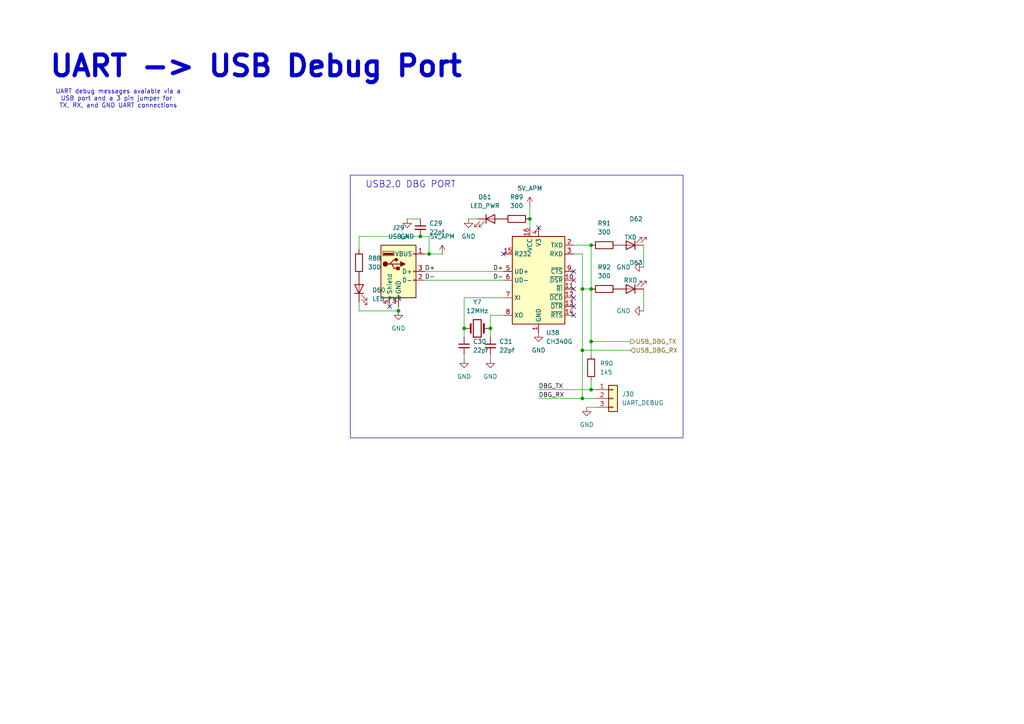
<source format=kicad_sch>
(kicad_sch (version 20250114) (generator "eeschema") (generator_version "9.0")
  (paper "A4")
  (lib_symbols
    (symbol "Connector:USB_A" (pin_names (offset 1.016))
      (property "Reference" "J" (at -5.08 11.43 0))
      (property "Value" "USB_A" (at -5.08 8.89 0))
      (symbol "USB_A_0_1"
        (rectangle (start -5.08 -7.62) (end 5.08 7.62) (stroke (width 0.254)) (fill (type background)))
        (circle (center -3.81 2.159) (radius 0.635) (stroke (width 0.254)) (fill (type outline)))
        (polyline (pts (xy -3.175 2.159) (xy -2.54 2.159) (xy -1.27 3.429) (xy -0.635 3.429)) (stroke (width 0.254)))
        (polyline (pts (xy -2.54 2.159) (xy -1.905 2.159) (xy -1.27 0.889) (xy 0 0.889)) (stroke (width 0.254)))
        (rectangle (start -1.524 4.826) (end -4.318 5.334) (fill (type outline)))
        (rectangle (start -1.27 4.572) (end -4.572 5.842))
        (circle (center -0.635 3.429) (radius 0.381) (stroke (width 0.254)) (fill (type outline)))
        (rectangle (start -0.127 -7.62) (end 0.127 -6.858))
        (rectangle (start 0.254 1.27) (end -0.508 0.508) (stroke (width 0.254)) (fill (type outline)))
        (polyline (pts (xy 0.635 2.794) (xy 0.635 1.524) (xy 1.905 2.159) (xy 0.635 2.794)) (stroke (width 0.254)) (fill (type outline)))
        (rectangle (start 5.08 4.953) (end 4.318 5.207))
        (rectangle (start 5.08 -0.127) (end 4.318 0.127))
        (rectangle (start 5.08 -2.667) (end 4.318 -2.413))
      )
      (symbol "USB_A_1_1"
        (polyline (pts (xy -1.905 2.159) (xy 0.635 2.159)) (stroke (width 0.254)))
        (pin passive line (at -2.54 -10.16 90) (length 2.54) (name "Shield") (number "5"))
        (pin power_in line (at 0 -10.16 90) (length 2.54) (name "GND") (number "4"))
        (pin power_in line (at 7.62 5.08 180) (length 2.54) (name "VBUS") (number "1"))
        (pin bidirectional line (at 7.62 0 180) (length 2.54) (name "D+") (number "3"))
        (pin bidirectional line (at 7.62 -2.54 180) (length 2.54) (name "D-") (number "2"))
      )
    )
    (symbol "Connector_Generic:Conn_01x03" (pin_names (offset 1.016) (hide yes))
      (property "Reference" "J" (at 0 5.08 0))
      (property "Value" "Conn_01x03" (at 0 -5.08 0))
      (symbol "Conn_01x03_1_1"
        (rectangle (start -1.27 3.81) (end 1.27 -3.81) (stroke (width 0.254)) (fill (type background)))
        (rectangle (start -1.27 2.667) (end 0 2.413) (stroke (width 0.1524)))
        (rectangle (start -1.27 0.127) (end 0 -0.127) (stroke (width 0.1524)))
        (rectangle (start -1.27 -2.413) (end 0 -2.667) (stroke (width 0.1524)))
        (pin passive line (at -5.08 2.54 0) (length 3.81) (name "Pin_1") (number "1"))
        (pin passive line (at -5.08 0 0) (length 3.81) (name "Pin_2") (number "2"))
        (pin passive line (at -5.08 -2.54 0) (length 3.81) (name "Pin_3") (number "3"))
      )
    )
    (symbol "Device:C_Small" (pin_numbers (hide yes)) (pin_names (offset 0.254) (hide yes))
      (property "Reference" "C" (at 0.254 1.778 0))
      (property "Value" "C_Small" (at 0.254 -2.032 0))
      (symbol "C_Small_0_1"
        (polyline (pts (xy -1.524 0.508) (xy 1.524 0.508)) (stroke (width 0.3048)))
        (polyline (pts (xy -1.524 -0.508) (xy 1.524 -0.508)) (stroke (width 0.3302)))
      )
      (symbol "C_Small_1_1"
        (pin passive line (at 0 2.54 270) (length 2.032) (name "~") (number "1"))
        (pin passive line (at 0 -2.54 90) (length 2.032) (name "~") (number "2"))
      )
    )
    (symbol "Device:Crystal" (pin_numbers (hide yes)) (pin_names (offset 1.016) (hide yes))
      (property "Reference" "Y" (at 0 3.81 0))
      (property "Value" "Crystal" (at 0 -3.81 0))
      (symbol "Crystal_0_1"
        (polyline (pts (xy -2.54 0) (xy -1.905 0)))
        (polyline (pts (xy -1.905 -1.27) (xy -1.905 1.27)) (stroke (width 0.508)))
        (rectangle (start -1.143 2.54) (end 1.143 -2.54) (stroke (width 0.3048)))
        (polyline (pts (xy 1.905 -1.27) (xy 1.905 1.27)) (stroke (width 0.508)))
        (polyline (pts (xy 2.54 0) (xy 1.905 0)))
      )
      (symbol "Crystal_1_1"
        (pin passive line (at -3.81 0 0) (length 1.27) (name "1") (number "1"))
        (pin passive line (at 3.81 0 180) (length 1.27) (name "2") (number "2"))
      )
    )
    (symbol "Device:LED" (pin_numbers (hide yes)) (pin_names (offset 1.016) (hide yes))
      (property "Reference" "D" (at 0 2.54 0))
      (property "Value" "LED" (at 0 -2.54 0))
      (symbol "LED_0_1"
        (polyline (pts (xy -3.048 -0.762) (xy -4.572 -2.286) (xy -3.81 -2.286) (xy -4.572 -2.286) (xy -4.572 -1.524)))
        (polyline (pts (xy -1.778 -0.762) (xy -3.302 -2.286) (xy -2.54 -2.286) (xy -3.302 -2.286) (xy -3.302 -1.524)))
        (polyline (pts (xy -1.27 0) (xy 1.27 0)))
        (polyline (pts (xy -1.27 -1.27) (xy -1.27 1.27)) (stroke (width 0.254)))
        (polyline (pts (xy 1.27 -1.27) (xy 1.27 1.27) (xy -1.27 0) (xy 1.27 -1.27)) (stroke (width 0.254)))
      )
      (symbol "LED_1_1"
        (pin passive line (at -3.81 0 0) (length 2.54) (name "K") (number "1"))
        (pin passive line (at 3.81 0 180) (length 2.54) (name "A") (number "2"))
      )
    )
    (symbol "Device:R" (pin_numbers (hide yes)) (pin_names (offset 0))
      (property "Reference" "R" (at 2.032 0 90))
      (property "Value" "R" (at 0 0 90))
      (symbol "R_0_1"
        (rectangle (start -1.016 -2.54) (end 1.016 2.54) (stroke (width 0.254)))
      )
      (symbol "R_1_1"
        (pin passive line (at 0 3.81 270) (length 1.27) (name "~") (number "1"))
        (pin passive line (at 0 -3.81 90) (length 1.27) (name "~") (number "2"))
      )
    )
    (symbol "Interface_USB:CH340G"
      (property "Reference" "U" (at -5.08 13.97 0))
      (property "Value" "CH340G" (at 1.27 13.97 0))
      (symbol "CH340G_0_1"
        (rectangle (start -7.62 12.7) (end 7.62 -12.7) (stroke (width 0.254)) (fill (type background)))
      )
      (symbol "CH340G_1_1"
        (pin input line (at -10.16 7.62 0) (length 2.54) (name "R232") (number "15"))
        (pin bidirectional line (at -10.16 2.54 0) (length 2.54) (name "UD+") (number "5"))
        (pin bidirectional line (at -10.16 0 0) (length 2.54) (name "UD-") (number "6"))
        (pin input line (at -10.16 -5.08 0) (length 2.54) (name "XI") (number "7"))
        (pin output line (at -10.16 -10.16 0) (length 2.54) (name "XO") (number "8"))
        (pin power_in line (at -2.54 15.24 270) (length 2.54) (name "VCC") (number "16"))
        (pin power_out line (at 0 15.24 270) (length 2.54) (name "V3") (number "4"))
        (pin power_in line (at 0 -15.24 90) (length 2.54) (name "GND") (number "1"))
        (pin output line (at 10.16 10.16 180) (length 2.54) (name "TXD") (number "2"))
        (pin input line (at 10.16 7.62 180) (length 2.54) (name "RXD") (number "3"))
        (pin input line (at 10.16 2.54 180) (length 2.54) (name "~{CTS}") (number "9"))
        (pin input line (at 10.16 0 180) (length 2.54) (name "~{DSR}") (number "10"))
        (pin input line (at 10.16 -2.54 180) (length 2.54) (name "~{RI}") (number "11"))
        (pin input line (at 10.16 -5.08 180) (length 2.54) (name "~{DCD}") (number "12"))
        (pin output line (at 10.16 -7.62 180) (length 2.54) (name "~{DTR}") (number "13"))
        (pin output line (at 10.16 -10.16 180) (length 2.54) (name "~{RTS}") (number "14"))
      )
    )
    (symbol "power:+5V" (power) (pin_numbers (hide yes)) (pin_names (offset 0) (hide yes))
      (property "Value" "+5V" (at 0 3.556 0))
      (symbol "+5V_0_1"
        (polyline (pts (xy -0.762 1.27) (xy 0 2.54)))
        (polyline (pts (xy 0 2.54) (xy 0.762 1.27)))
        (polyline (pts (xy 0 0) (xy 0 2.54)))
      )
      (symbol "+5V_1_1"
        (pin power_in line (at 0 0 90) (length 0) (name "~") (number "1"))
      )
    )
    (symbol "power:GND" (power) (pin_numbers (hide yes)) (pin_names (offset 0) (hide yes))
      (property "Value" "GND" (at 0 -3.81 0))
      (symbol "GND_0_1"
        (polyline (pts (xy 0 0) (xy 0 -1.27) (xy 1.27 -1.27) (xy 0 -2.54) (xy -1.27 -1.27) (xy 0 -1.27)))
      )
      (symbol "GND_1_1"
        (pin power_in line (at 0 0 270) (length 0) (name "~") (number "1"))
      )
    )
  )
  (rectangle (start 101.6 50.8) (end 198.12 127))
  (text "UART -> USB Debug Port" (at 13.97 22.86 0) (effects (font (size 5.9944 5.9944) (thickness 1.1989) (bold yes)) (justify left bottom)))
  (text "USB2.0 DBG PORT" (at 119.126 53.594 0) (effects (font (size 1.905 1.905))))
  (text "UART debug messages avaiable via a\nUSB port and a 3 pin jumper for \nTX, RX, and GND UART connections" (at 34.29 28.702 0) (effects (font (size 1.27 1.27))))
  (junction (at 171.45 83.82))
  (junction (at 171.45 99.06))
  (junction (at 171.45 113.03))
  (junction (at 168.91 115.57))
  (junction (at 121.92 68.58))
  (junction (at 168.91 83.82))
  (junction (at 153.67 63.5))
  (junction (at 134.62 95.25))
  (junction (at 168.91 101.6))
  (junction (at 171.45 71.12))
  (junction (at 124.46 73.66))
  (junction (at 115.57 90.17))
  (junction (at 142.24 95.25))
  (no_connect (at 113.03 88.9))
  (no_connect (at 146.05 73.66))
  (no_connect (at 156.21 66.04))
  (no_connect (at 166.37 86.36))
  (no_connect (at 166.37 88.9))
  (no_connect (at 166.37 91.44))
  (no_connect (at 166.37 78.74))
  (no_connect (at 166.37 81.28))
  (no_connect (at 166.37 83.82))
  (wire (pts (xy 115.57 90.17) (xy 115.57 88.9)))
  (wire (pts (xy 168.91 73.66) (xy 168.91 83.82)))
  (wire (pts (xy 134.62 102.87) (xy 134.62 104.14)))
  (wire (pts (xy 186.69 71.12) (xy 186.69 77.47)))
  (wire (pts (xy 115.57 90.17) (xy 104.14 90.17)))
  (wire (pts (xy 170.18 118.11) (xy 172.72 118.11)))
  (wire (pts (xy 123.19 78.74) (xy 146.05 78.74)))
  (wire (pts (xy 168.91 101.6) (xy 182.88 101.6)))
  (wire (pts (xy 171.45 113.03) (xy 172.72 113.03)))
  (wire (pts (xy 118.11 63.5) (xy 121.92 63.5)))
  (wire (pts (xy 142.24 91.44) (xy 146.05 91.44)))
  (wire (pts (xy 142.24 102.87) (xy 142.24 104.14)))
  (wire (pts (xy 134.62 95.25) (xy 134.62 97.79)))
  (wire (pts (xy 166.37 71.12) (xy 171.45 71.12)))
  (wire (pts (xy 142.24 91.44) (xy 142.24 95.25)))
  (wire (pts (xy 156.21 115.57) (xy 168.91 115.57)))
  (wire (pts (xy 168.91 83.82) (xy 168.91 101.6)))
  (wire (pts (xy 171.45 110.49) (xy 171.45 113.03)))
  (wire (pts (xy 124.46 68.58) (xy 124.46 73.66)))
  (wire (pts (xy 168.91 115.57) (xy 172.72 115.57)))
  (wire (pts (xy 171.45 99.06) (xy 182.88 99.06)))
  (wire (pts (xy 104.14 68.58) (xy 104.14 72.39)))
  (wire (pts (xy 153.67 59.69) (xy 153.67 63.5)))
  (wire (pts (xy 124.46 73.66) (xy 128.27 73.66)))
  (wire (pts (xy 124.46 73.66) (xy 123.19 73.66)))
  (wire (pts (xy 168.91 83.82) (xy 171.45 83.82)))
  (wire (pts (xy 168.91 101.6) (xy 168.91 115.57)))
  (wire (pts (xy 134.62 86.36) (xy 134.62 95.25)))
  (wire (pts (xy 171.45 83.82) (xy 171.45 99.06)))
  (wire (pts (xy 123.19 81.28) (xy 146.05 81.28)))
  (wire (pts (xy 104.14 90.17) (xy 104.14 87.63)))
  (wire (pts (xy 135.89 63.5) (xy 138.43 63.5)))
  (wire (pts (xy 171.45 71.12) (xy 171.45 83.82)))
  (wire (pts (xy 104.14 68.58) (xy 121.92 68.58)))
  (wire (pts (xy 153.67 63.5) (xy 153.67 66.04)))
  (wire (pts (xy 121.92 68.58) (xy 124.46 68.58)))
  (wire (pts (xy 171.45 99.06) (xy 171.45 102.87)))
  (wire (pts (xy 134.62 86.36) (xy 146.05 86.36)))
  (wire (pts (xy 156.21 113.03) (xy 171.45 113.03)))
  (wire (pts (xy 186.69 83.82) (xy 186.69 90.17)))
  (wire (pts (xy 166.37 73.66) (xy 168.91 73.66)))
  (wire (pts (xy 142.24 95.25) (xy 142.24 97.79)))
  (label "D-" (at 146.05 81.28 180))
  (label "D+" (at 146.05 78.74 180))
  (label "DBG_RX" (at 156.21 115.57 0))
  (label "DBG_TX" (at 156.21 113.03 0))
  (label "D-" (at 123.19 81.28 0))
  (label "D+" (at 123.19 78.74 0))
  (hierarchical_label "USB_DBG_RX" (shape input) (at 182.88 101.6 0))
  (hierarchical_label "USB_DBG_TX" (shape output) (at 182.88 99.06 0))
  (symbol (lib_id "Device:C_Small") (at 121.92 66.04 0) (unit 1)
    (property "Reference" "C29" (at 124.46 64.7762 0) (effects (justify left)))
    (property "Value" "22pf" (at 124.46 67.3162 0) (effects (justify left)))
    (property "Footprint" "Capacitor_SMD:C_0805_2012Metric" (effects (hide yes)))
    (property "Description" "Unpolarized capacitor, small symbol" (effects (hide yes)))
  )
  (symbol (lib_id "Device:Crystal") (at 138.43 95.25 0) (unit 1)
    (property "Reference" "Y7" (at 138.43 87.63 0))
    (property "Value" "12MHz" (at 138.43 90.17 0))
    (property "Footprint" "Crystal:Crystal_HC49-4H_Vertical" (effects (hide yes)))
    (property "Description" "Two pin crystal" (effects (hide yes)))
  )
  (symbol (lib_id "Device:R") (at 149.86 63.5 90) (unit 1)
    (property "Reference" "R89" (at 149.86 57.15 90))
    (property "Value" "300" (at 149.86 59.69 90))
    (property "Footprint" "Resistor_SMD:R_0805_2012Metric_Pad1.20x1.40mm_HandSolder" (effects (hide yes)))
    (property "Description" "Resistor" (effects (hide yes)))
    (property "DigiKey_Part_Number" "311-10.0KCRCT-ND" (effects (hide yes)))
    (property "Price" "0.0129" (effects (hide yes)))
  )
  (symbol (lib_id "Device:C_Small") (at 142.24 100.33 0) (unit 1)
    (property "Reference" "C31" (at 144.78 99.0662 0) (effects (justify left)))
    (property "Value" "22pf" (at 144.78 101.6062 0) (effects (justify left)))
    (property "Footprint" "Capacitor_SMD:C_0805_2012Metric" (effects (hide yes)))
    (property "Description" "Unpolarized capacitor, small symbol" (effects (hide yes)))
  )
  (symbol (lib_id "Device:C_Small") (at 134.62 100.33 0) (unit 1)
    (property "Reference" "C30" (at 137.16 99.0662 0) (effects (justify left)))
    (property "Value" "22pf" (at 137.16 101.6062 0) (effects (justify left)))
    (property "Footprint" "Capacitor_SMD:C_0805_2012Metric" (effects (hide yes)))
    (property "Description" "Unpolarized capacitor, small symbol" (effects (hide yes)))
  )
  (symbol (lib_id "power:GND") (at 186.69 90.17 270) (mirror x) (unit 1)
    (property "Reference" "#PWR0192" (effects (hide yes)))
    (property "Value" "GND" (at 182.88 90.1699 90) (effects (justify right)))
    (property "Description" "Power symbol creates a global label with name \"GND\" , ground" (effects (hide yes)))
  )
  (symbol (lib_id "power:+5V") (at 153.67 59.69 0) (unit 1)
    (property "Reference" "#PWR04" (effects (hide yes)))
    (property "Value" "5V_APM" (at 153.67 54.61 0))
    (property "Description" "Power symbol creates a global label with name \"+5V\"" (effects (hide yes)))
  )
  (symbol (lib_id "Device:R") (at 175.26 71.12 90) (unit 1)
    (property "Reference" "R91" (at 175.26 64.77 90))
    (property "Value" "300" (at 175.26 67.31 90))
    (property "Footprint" "Resistor_SMD:R_0805_2012Metric_Pad1.20x1.40mm_HandSolder" (effects (hide yes)))
    (property "Description" "Resistor" (effects (hide yes)))
    (property "DigiKey_Part_Number" "311-10.0KCRCT-ND" (effects (hide yes)))
    (property "Price" "0.0129" (effects (hide yes)))
  )
  (symbol (lib_id "power:GND") (at 134.62 104.14 0) (mirror y) (unit 1)
    (property "Reference" "#PWR0186" (effects (hide yes)))
    (property "Value" "GND" (at 134.62 109.22 0))
    (property "Description" "Power symbol creates a global label with name \"GND\" , ground" (effects (hide yes)))
  )
  (symbol (lib_id "Device:LED") (at 142.24 63.5 0) (unit 1)
    (property "Reference" "D61" (at 140.6525 57.15 0))
    (property "Value" "LED_PWR" (at 140.6525 59.69 0))
    (property "Footprint" "LED_SMD:LED_0603_1608Metric" (effects (hide yes)))
    (property "Description" "Light emitting diode" (effects (hide yes)))
    (property "Sim.Pins" "1=K 2=A" (effects (hide yes)))
  )
  (symbol (lib_id "power:GND") (at 170.18 118.11 0) (unit 1)
    (property "Reference" "#PWR0190" (effects (hide yes)))
    (property "Value" "GND" (at 170.18 123.19 0))
    (property "Description" "Power symbol creates a global label with name \"GND\" , ground" (effects (hide yes)))
  )
  (symbol (lib_id "power:GND") (at 186.69 77.47 270) (mirror x) (unit 1)
    (property "Reference" "#PWR0191" (effects (hide yes)))
    (property "Value" "GND" (at 182.88 77.4699 90) (effects (justify right)))
    (property "Description" "Power symbol creates a global label with name \"GND\" , ground" (effects (hide yes)))
  )
  (symbol (lib_id "power:GND") (at 115.57 90.17 0) (unit 1)
    (property "Reference" "#PWR0184" (effects (hide yes)))
    (property "Value" "GND" (at 115.57 95.25 0))
    (property "Description" "Power symbol creates a global label with name \"GND\" , ground" (effects (hide yes)))
  )
  (symbol (lib_id "power:GND") (at 142.24 104.14 0) (mirror y) (unit 1)
    (property "Reference" "#PWR0188" (effects (hide yes)))
    (property "Value" "GND" (at 142.24 109.22 0))
    (property "Description" "Power symbol creates a global label with name \"GND\" , ground" (effects (hide yes)))
  )
  (symbol (lib_id "Device:R") (at 175.26 83.82 90) (unit 1)
    (property "Reference" "R92" (at 175.26 77.47 90))
    (property "Value" "300" (at 175.26 80.01 90))
    (property "Footprint" "Resistor_SMD:R_0805_2012Metric_Pad1.20x1.40mm_HandSolder" (effects (hide yes)))
    (property "Description" "Resistor" (effects (hide yes)))
    (property "DigiKey_Part_Number" "311-10.0KCRCT-ND" (effects (hide yes)))
    (property "Price" "0.0129" (effects (hide yes)))
  )
  (symbol (lib_id "power:+5V") (at 128.27 73.66 0) (unit 1)
    (property "Reference" "#PWR05" (effects (hide yes)))
    (property "Value" "5V_APM" (at 128.27 68.58 0))
    (property "Description" "Power symbol creates a global label with name \"+5V\"" (effects (hide yes)))
  )
  (symbol (lib_id "Connector_Generic:Conn_01x03") (at 177.8 115.57 0) (unit 1)
    (property "Reference" "J30" (at 180.34 114.2999 0) (effects (justify left)))
    (property "Value" "UART_DEBUG" (at 180.34 116.8399 0) (effects (justify left)))
    (property "Footprint" "Connector_PinHeader_1.00mm:PinHeader_1x03_P1.00mm_Horizontal" (effects (hide yes)))
    (property "Description" "Generic connector, single row, 01x03, script generated (kicad-library-utils/schlib/autogen/connector/)" (effects (hide yes)))
  )
  (symbol (lib_id "power:GND") (at 156.21 96.52 0) (mirror y) (unit 1)
    (property "Reference" "#PWR0189" (effects (hide yes)))
    (property "Value" "GND" (at 156.21 101.6 0))
    (property "Description" "Power symbol creates a global label with name \"GND\" , ground" (effects (hide yes)))
  )
  (symbol (lib_id "Connector:USB_A") (at 115.57 78.74 0) (unit 1)
    (property "Reference" "J29" (at 115.57 66.04 0))
    (property "Value" "USB_A" (at 115.57 68.58 0))
    (property "Footprint" "Connector_USB:USB_A_CNCTech_1001-011-01101_Horizontal" (effects (hide yes)))
    (property "Description" "USB Type A connector" (effects (hide yes)))
  )
  (symbol (lib_id "power:GND") (at 135.89 63.5 0) (mirror y) (unit 1)
    (property "Reference" "#PWR0187" (effects (hide yes)))
    (property "Value" "GND" (at 135.89 68.58 0))
    (property "Description" "Power symbol creates a global label with name \"GND\" , ground" (effects (hide yes)))
  )
  (symbol (lib_id "Device:LED") (at 104.14 83.82 90) (unit 1)
    (property "Reference" "D60" (at 107.95 84.1374 90) (effects (justify right)))
    (property "Value" "LED_PWR" (at 107.95 86.6774 90) (effects (justify right)))
    (property "Footprint" "LED_SMD:LED_0603_1608Metric" (effects (hide yes)))
    (property "Description" "Light emitting diode" (effects (hide yes)))
    (property "Sim.Pins" "1=K 2=A" (effects (hide yes)))
  )
  (symbol (lib_id "Interface_USB:CH340G") (at 156.21 81.28 0) (unit 1)
    (property "Reference" "U38" (at 158.3533 96.52 0) (effects (justify left)))
    (property "Value" "CH340G" (at 158.3533 99.06 0) (effects (justify left)))
    (property "Footprint" "Package_SO:SOIC-16_3.9x9.9mm_P1.27mm" (effects (hide yes)))
    (property "Datasheet" "http://www.datasheet5.com/pdf-local-2195953" (effects (hide yes)))
    (property "Description" "USB serial converter, UART, SOIC-16" (effects (hide yes)))
  )
  (symbol (lib_id "Device:LED") (at 182.88 83.82 180) (unit 1)
    (property "Reference" "D63" (at 184.4675 76.2 0))
    (property "Value" "RXD" (at 182.88 81.28 0))
    (property "Footprint" "LED_SMD:LED_0603_1608Metric" (effects (hide yes)))
    (property "Description" "Light emitting diode" (effects (hide yes)))
    (property "Sim.Pins" "1=K 2=A" (effects (hide yes)))
  )
  (symbol (lib_id "power:GND") (at 118.11 63.5 0) (unit 1)
    (property "Reference" "#PWR0185" (effects (hide yes)))
    (property "Value" "GND" (at 118.11 68.58 0))
    (property "Description" "Power symbol creates a global label with name \"GND\" , ground" (effects (hide yes)))
  )
  (symbol (lib_id "Device:R") (at 104.14 76.2 180) (unit 1)
    (property "Reference" "R88" (at 106.68 74.9299 0) (effects (justify right)))
    (property "Value" "300" (at 106.68 77.4699 0) (effects (justify right)))
    (property "Footprint" "Resistor_SMD:R_0805_2012Metric_Pad1.20x1.40mm_HandSolder" (effects (hide yes)))
    (property "Description" "Resistor" (effects (hide yes)))
    (property "DigiKey_Part_Number" "311-10.0KCRCT-ND" (effects (hide yes)))
    (property "Price" "0.0129" (effects (hide yes)))
  )
  (symbol (lib_id "Device:LED") (at 182.88 71.12 180) (unit 1)
    (property "Reference" "D62" (at 184.4675 63.5 0))
    (property "Value" "TXD" (at 182.88 68.834 0))
    (property "Footprint" "LED_SMD:LED_0603_1608Metric" (effects (hide yes)))
    (property "Description" "Light emitting diode" (effects (hide yes)))
    (property "Sim.Pins" "1=K 2=A" (effects (hide yes)))
  )
  (symbol (lib_id "Device:R") (at 171.45 106.68 180) (unit 1)
    (property "Reference" "R90" (at 173.99 105.4099 0) (effects (justify right)))
    (property "Value" "1k5" (at 173.99 107.9499 0) (effects (justify right)))
    (property "Footprint" "Resistor_SMD:R_0805_2012Metric_Pad1.20x1.40mm_HandSolder" (effects (hide yes)))
    (property "Description" "Resistor" (effects (hide yes)))
    (property "DigiKey_Part_Number" "311-10.0KCRCT-ND" (effects (hide yes)))
    (property "Price" "0.0129" (effects (hide yes)))
  )
)
</source>
